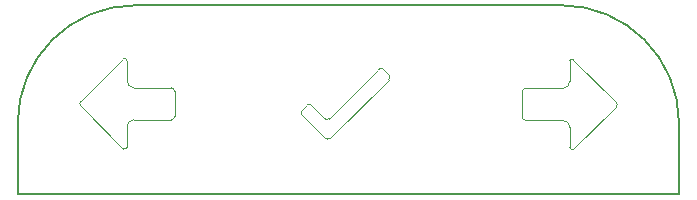
<source format=gbr>
%TF.GenerationSoftware,KiCad,Pcbnew,(6.0.8)*%
%TF.CreationDate,2022-11-08T14:12:11+01:00*%
%TF.ProjectId,Touchpad,546f7563-6870-4616-942e-6b696361645f,rev?*%
%TF.SameCoordinates,Original*%
%TF.FileFunction,Profile,NP*%
%FSLAX46Y46*%
G04 Gerber Fmt 4.6, Leading zero omitted, Abs format (unit mm)*
G04 Created by KiCad (PCBNEW (6.0.8)) date 2022-11-08 14:12:11*
%MOMM*%
%LPD*%
G01*
G04 APERTURE LIST*
%TA.AperFunction,Profile*%
%ADD10C,0.050000*%
%TD*%
%TA.AperFunction,Profile*%
%ADD11C,0.180000*%
%TD*%
G04 APERTURE END LIST*
D10*
X202100010Y-69450013D02*
G75*
G03*
X202150000Y-69050001I-178310J225413D01*
G01*
X196700000Y-74400000D02*
G75*
G03*
X197150000Y-74400000I225000J193855D01*
G01*
X179950000Y-67850000D02*
X179950000Y-69550000D01*
X179649972Y-75300041D02*
G75*
G03*
X179950000Y-75200000I111628J165141D01*
G01*
X179650000Y-75300000D02*
X176050000Y-71700000D01*
X183700000Y-72850000D02*
X180550000Y-72850000D01*
D11*
X170700000Y-79150000D02*
X170700000Y-73150000D01*
D10*
X194700000Y-72100000D02*
X195200000Y-71600000D01*
X179650000Y-67700000D02*
X176050000Y-71300000D01*
X216850000Y-70200000D02*
G75*
G03*
X217450000Y-69600000I0J600000D01*
G01*
D11*
X180700000Y-63150000D02*
X216700000Y-63150000D01*
D10*
X184000000Y-70450000D02*
G75*
G03*
X183700000Y-70150000I-300000J0D01*
G01*
X184000000Y-70450000D02*
X184000000Y-72550000D01*
D11*
X226700000Y-73150000D02*
G75*
G03*
X216700000Y-63150000I-10000000J0D01*
G01*
D10*
X213700000Y-70200000D02*
X216850000Y-70200000D01*
X179950000Y-73450000D02*
X179950000Y-75200000D01*
X217450000Y-75200000D02*
X217450000Y-73500000D01*
X213700000Y-70200000D02*
G75*
G03*
X213400000Y-70500000I0J-300000D01*
G01*
X179950000Y-69550000D02*
G75*
G03*
X180550000Y-70150000I600000J0D01*
G01*
X213400000Y-72600000D02*
G75*
G03*
X213700000Y-72900000I300000J0D01*
G01*
D11*
X170700000Y-79150000D02*
X226700000Y-79150000D01*
D10*
X217750000Y-75350000D02*
X221350000Y-71750000D01*
X179950000Y-67850000D02*
G75*
G03*
X179650000Y-67700000I-187500J0D01*
G01*
X195550000Y-71600000D02*
X196700000Y-72750000D01*
X217750000Y-67750000D02*
X221350000Y-71350000D01*
X180550000Y-70150000D02*
X183700000Y-70150000D01*
X217450000Y-73500000D02*
G75*
G03*
X216850000Y-72900000I-600000J0D01*
G01*
D11*
X226700000Y-79150000D02*
X226700000Y-73150000D01*
D10*
X197150000Y-74400000D02*
X202100000Y-69450000D01*
X201650000Y-68550000D02*
X202150000Y-69050000D01*
X217450000Y-69600000D02*
X217450000Y-67850000D01*
X195550000Y-71600000D02*
G75*
G03*
X195200001Y-71600000I-174999J-202224D01*
G01*
X197100000Y-72750000D02*
X201250000Y-68600000D01*
X216850000Y-72900000D02*
X213700000Y-72900000D01*
X213400000Y-72600000D02*
X213400000Y-70500000D01*
X221350000Y-71750000D02*
G75*
G03*
X221350000Y-71350000I-150000J200000D01*
G01*
X217450000Y-75200000D02*
G75*
G03*
X217750000Y-75350000I187500J0D01*
G01*
X196700001Y-72750000D02*
G75*
G03*
X197099999Y-72750000I199999J211308D01*
G01*
X201650010Y-68549987D02*
G75*
G03*
X201250001Y-68600000I-174110J-232113D01*
G01*
X194700000Y-72400000D02*
X196700000Y-74400000D01*
X194700000Y-72100000D02*
G75*
G03*
X194700000Y-72400000I232600J-150000D01*
G01*
X217750028Y-67749959D02*
G75*
G03*
X217450000Y-67850000I-111628J-165141D01*
G01*
X180550000Y-72850000D02*
G75*
G03*
X179950000Y-73450000I0J-600000D01*
G01*
D11*
X180700000Y-63150000D02*
G75*
G03*
X170700000Y-73150000I0J-10000000D01*
G01*
D10*
X183700000Y-72850000D02*
G75*
G03*
X184000000Y-72550000I0J300000D01*
G01*
X176050000Y-71300000D02*
G75*
G03*
X176050000Y-71700000I150000J-200000D01*
G01*
M02*

</source>
